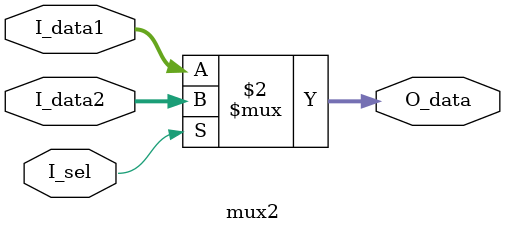
<source format=v>

module mux2(
		input wire I_sel,
		input wire [31:0] I_data1,
		input wire [31:0] I_data2,
		output wire [31:0] O_data
	  );

    assign O_data = (I_sel == 1'b0) ? I_data1 :  I_data2;

endmodule

</source>
